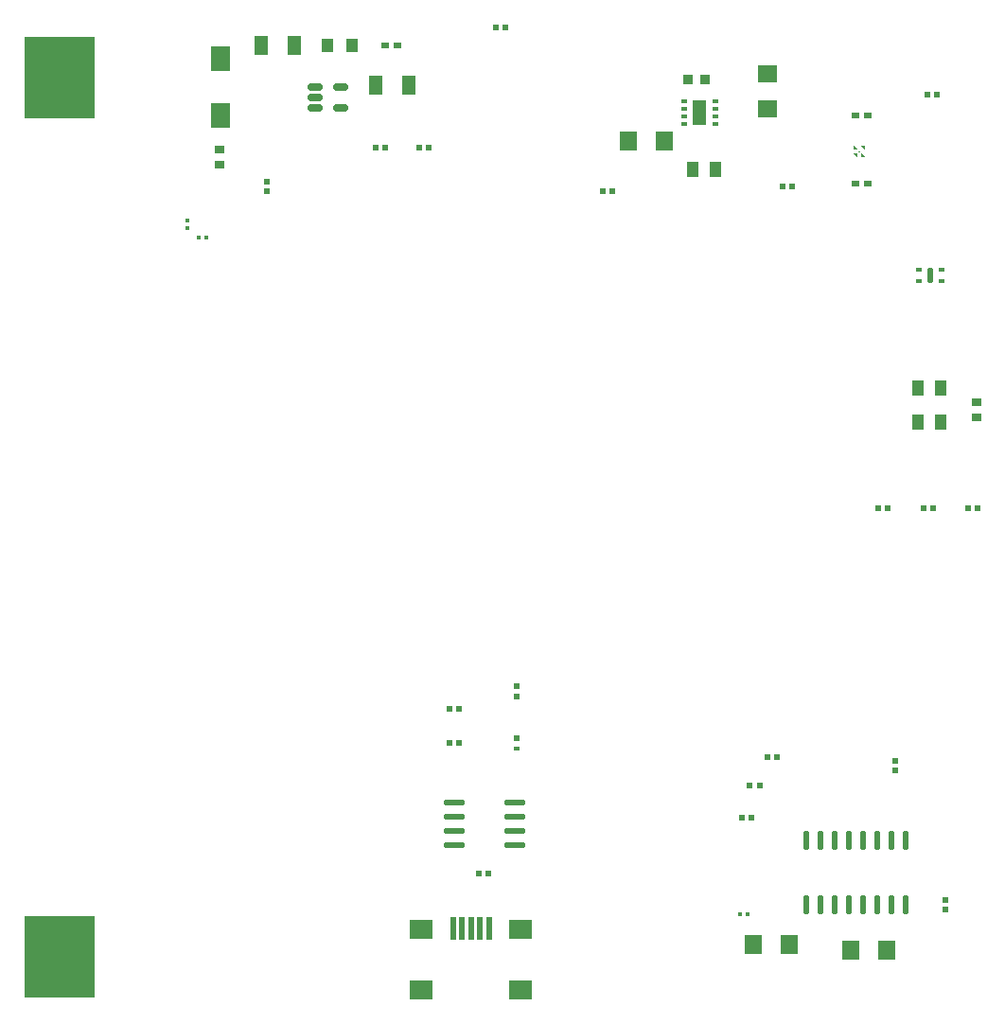
<source format=gbr>
%TF.GenerationSoftware,KiCad,Pcbnew,7.0.1-0*%
%TF.CreationDate,2023-04-13T21:56:55+02:00*%
%TF.ProjectId,Main,4d61696e-2e6b-4696-9361-645f70636258,V01*%
%TF.SameCoordinates,Original*%
%TF.FileFunction,Paste,Top*%
%TF.FilePolarity,Positive*%
%FSLAX46Y46*%
G04 Gerber Fmt 4.6, Leading zero omitted, Abs format (unit mm)*
G04 Created by KiCad (PCBNEW 7.0.1-0) date 2023-04-13 21:56:55*
%MOMM*%
%LPD*%
G01*
G04 APERTURE LIST*
G04 Aperture macros list*
%AMRoundRect*
0 Rectangle with rounded corners*
0 $1 Rounding radius*
0 $2 $3 $4 $5 $6 $7 $8 $9 X,Y pos of 4 corners*
0 Add a 4 corners polygon primitive as box body*
4,1,4,$2,$3,$4,$5,$6,$7,$8,$9,$2,$3,0*
0 Add four circle primitives for the rounded corners*
1,1,$1+$1,$2,$3*
1,1,$1+$1,$4,$5*
1,1,$1+$1,$6,$7*
1,1,$1+$1,$8,$9*
0 Add four rect primitives between the rounded corners*
20,1,$1+$1,$2,$3,$4,$5,0*
20,1,$1+$1,$4,$5,$6,$7,0*
20,1,$1+$1,$6,$7,$8,$9,0*
20,1,$1+$1,$8,$9,$2,$3,0*%
%AMRotRect*
0 Rectangle, with rotation*
0 The origin of the aperture is its center*
0 $1 length*
0 $2 width*
0 $3 Rotation angle, in degrees counterclockwise*
0 Add horizontal line*
21,1,$1,$2,0,0,$3*%
%AMFreePoly0*
4,1,5,0.149936,-0.099873,0.149936,-0.200000,-0.150089,-0.200000,-0.150089,0.200127,0.149936,-0.099873,0.149936,-0.099873,$1*%
%AMFreePoly1*
4,1,6,0.149835,-0.200000,-0.150191,-0.200000,-0.150191,-0.099873,0.099822,0.150140,0.149835,0.150140,0.149835,-0.200000,0.149835,-0.200000,$1*%
%AMFreePoly2*
4,1,6,0.149835,-0.149886,0.099822,-0.149886,-0.150191,0.100127,-0.150191,0.200000,0.149835,0.200000,0.149835,-0.149886,0.149835,-0.149886,$1*%
%AMFreePoly3*
4,1,6,0.149936,0.100127,-0.100076,-0.149886,-0.150089,-0.149886,-0.150089,0.200000,0.149936,0.200000,0.149936,0.100127,0.149936,0.100127,$1*%
G04 Aperture macros list end*
%ADD10R,1.727991X1.485014*%
%ADD11RoundRect,0.150000X-0.512500X-0.150000X0.512500X-0.150000X0.512500X0.150000X-0.512500X0.150000X0*%
%ADD12R,0.500000X0.540005*%
%ADD13R,0.565659X0.540005*%
%ADD14R,0.806477X0.864008*%
%ADD15R,0.900000X0.800000*%
%ADD16R,0.540005X0.565659*%
%ADD17R,0.540005X0.450000*%
%ADD18R,0.540005X0.500000*%
%ADD19R,0.790094X0.540005*%
%ADD20R,0.700940X0.540005*%
%ADD21R,0.600000X0.350013*%
%ADD22R,1.300000X2.200050*%
%ADD23R,0.500000X0.500000*%
%ADD24RoundRect,0.079500X0.079500X0.100500X-0.079500X0.100500X-0.079500X-0.100500X0.079500X-0.100500X0*%
%ADD25R,1.207518X1.701016*%
%ADD26O,0.559995X1.745009*%
%ADD27R,1.485014X1.727991*%
%ADD28R,1.000000X1.250013*%
%ADD29R,6.350000X7.340000*%
%ADD30R,1.132537X1.377013*%
%ADD31RoundRect,0.087500X0.187500X0.087500X-0.187500X0.087500X-0.187500X-0.087500X0.187500X-0.087500X0*%
%ADD32RoundRect,0.125000X0.125000X0.575000X-0.125000X0.575000X-0.125000X-0.575000X0.125000X-0.575000X0*%
%ADD33RoundRect,0.087500X-0.187500X-0.087500X0.187500X-0.087500X0.187500X0.087500X-0.187500X0.087500X0*%
%ADD34RoundRect,0.079500X0.100500X-0.079500X0.100500X0.079500X-0.100500X0.079500X-0.100500X-0.079500X0*%
%ADD35R,0.500000X2.000000*%
%ADD36R,2.000000X1.700000*%
%ADD37O,1.950216X0.568402*%
%ADD38FreePoly0,180.000000*%
%ADD39FreePoly1,270.000000*%
%ADD40FreePoly2,0.000000*%
%ADD41FreePoly3,90.000000*%
%ADD42RotRect,0.100000X0.100000X45.000000*%
%ADD43R,1.700000X2.200000*%
G04 APERTURE END LIST*
D10*
%TO.C,C3*%
X168750000Y-51400000D03*
X168750000Y-54585166D03*
%TD*%
D11*
%TO.C,U4*%
X128281000Y-52616817D03*
X128281000Y-53566817D03*
X128281000Y-54516817D03*
X130556000Y-54516817D03*
X130556000Y-52616817D03*
%TD*%
D12*
%TO.C,R9*%
X168042817Y-115089000D03*
D13*
X167177183Y-115089000D03*
%TD*%
D14*
%TO.C,R4*%
X163150000Y-51950000D03*
X161643268Y-51950000D03*
%TD*%
D15*
%TO.C,C1*%
X119750000Y-58180810D03*
X119750000Y-59580860D03*
%TD*%
D16*
%TO.C,R19*%
X146304000Y-110894366D03*
D17*
X146304000Y-111760000D03*
%TD*%
D16*
%TO.C,R23*%
X184696000Y-126198634D03*
D18*
X184696000Y-125333000D03*
%TD*%
D19*
%TO.C,C2*%
X135636000Y-48928817D03*
X134545830Y-48928817D03*
%TD*%
D13*
%TO.C,R13*%
X178625183Y-90336000D03*
D12*
X179490817Y-90336000D03*
%TD*%
D19*
%TO.C,C10*%
X177722000Y-55170000D03*
D20*
X176631830Y-55170000D03*
%TD*%
D21*
%TO.C,U6*%
X164084000Y-55880000D03*
X164084254Y-55220107D03*
X164084254Y-54560213D03*
X164084254Y-53900066D03*
X161284152Y-53900066D03*
X161284152Y-54560213D03*
X161284152Y-55220107D03*
X161284152Y-55880000D03*
D22*
X162684203Y-54890160D03*
%TD*%
D13*
%TO.C,R14*%
X182689183Y-90336000D03*
D12*
X183554817Y-90336000D03*
%TD*%
D23*
%TO.C,R28*%
X183925634Y-53296000D03*
D13*
X183060000Y-53296000D03*
%TD*%
D20*
%TO.C,C11*%
X176631830Y-61266000D03*
D19*
X177722000Y-61266000D03*
%TD*%
D12*
%TO.C,R24*%
X168752366Y-112599000D03*
X169618000Y-112599000D03*
%TD*%
D13*
%TO.C,R10*%
X137567183Y-58000000D03*
D23*
X138432817Y-58000000D03*
%TD*%
D24*
%TO.C,C8*%
X166991000Y-126633000D03*
X166301000Y-126633000D03*
%TD*%
D18*
%TO.C,R20*%
X146304000Y-106247183D03*
D16*
X146304000Y-107112817D03*
%TD*%
D15*
%TO.C,C7*%
X187452000Y-82172050D03*
X187452000Y-80772000D03*
%TD*%
D25*
%TO.C,Rprog1*%
X133694418Y-52484817D03*
X136652000Y-52484817D03*
%TD*%
D26*
%TO.C,U1*%
X172190991Y-125758492D03*
X173460994Y-125758492D03*
X174730996Y-125758492D03*
X176000999Y-125758492D03*
X177271001Y-125758492D03*
X178541004Y-125758492D03*
X179811006Y-125758492D03*
X181081009Y-125758492D03*
X181081009Y-120013508D03*
X179811006Y-120013508D03*
X178541004Y-120013508D03*
X177271001Y-120013508D03*
X176000999Y-120013508D03*
X174730996Y-120013508D03*
X173460994Y-120013508D03*
X172190991Y-120013508D03*
%TD*%
D12*
%TO.C,R22*%
X167346000Y-117983000D03*
D13*
X166480366Y-117983000D03*
%TD*%
D27*
%TO.C,C6*%
X179407166Y-129871000D03*
X176222000Y-129871000D03*
%TD*%
%TO.C,C4*%
X156326834Y-57404000D03*
X159512000Y-57404000D03*
%TD*%
D23*
%TO.C,R7*%
X154900000Y-61936000D03*
D13*
X154034366Y-61936000D03*
%TD*%
D28*
%TO.C,StatusLED*%
X129371848Y-48928817D03*
X131572000Y-48928817D03*
%TD*%
D29*
%TO.C,BT1*%
X105410000Y-51780000D03*
X105410000Y-130440000D03*
%TD*%
D30*
%TO.C,R12*%
X184240000Y-79536000D03*
X182240000Y-79536000D03*
%TD*%
%TO.C,R11*%
X184240000Y-82584000D03*
X182240000Y-82584000D03*
%TD*%
D16*
%TO.C,R27*%
X123950000Y-61965634D03*
D18*
X123950000Y-61100000D03*
%TD*%
D13*
%TO.C,R18*%
X140283183Y-108204000D03*
D12*
X141148817Y-108204000D03*
%TD*%
D31*
%TO.C,U3*%
X184376000Y-70000000D03*
X184376000Y-69000000D03*
D32*
X183351000Y-69500000D03*
D33*
X182326000Y-70000000D03*
X182326000Y-69000000D03*
%TD*%
D34*
%TO.C,R2*%
X116840000Y-65206000D03*
X116840000Y-64516000D03*
%TD*%
D13*
%TO.C,R8*%
X170134366Y-61550000D03*
D23*
X171000000Y-61550000D03*
%TD*%
D13*
%TO.C,R15*%
X186728183Y-90336000D03*
D12*
X187593817Y-90336000D03*
%TD*%
D18*
%TO.C,R25*%
X180196000Y-112883000D03*
D16*
X180196000Y-113748634D03*
%TD*%
D13*
%TO.C,R6*%
X144422366Y-47244000D03*
D12*
X145288000Y-47244000D03*
%TD*%
%TO.C,R21*%
X142898366Y-122936000D03*
D13*
X143764000Y-122936000D03*
%TD*%
D24*
%TO.C,R3*%
X118521000Y-66040000D03*
X117831000Y-66040000D03*
%TD*%
D13*
%TO.C,R17*%
X140283183Y-111252000D03*
D12*
X141148817Y-111252000D03*
%TD*%
D27*
%TO.C,C5*%
X170702583Y-129363000D03*
X167517417Y-129363000D03*
%TD*%
D35*
%TO.C,J1*%
X140640000Y-127856000D03*
X141440000Y-127856000D03*
X142240000Y-127856000D03*
X143040000Y-127856000D03*
X143840000Y-127856000D03*
D36*
X137790000Y-127956000D03*
X137790000Y-133406000D03*
X146690000Y-127956000D03*
X146690000Y-133406000D03*
%TD*%
D25*
%TO.C,R1*%
X126446791Y-48928817D03*
X123489209Y-48928817D03*
%TD*%
D37*
%TO.C,U7*%
X140716000Y-116585997D03*
X140716000Y-117856000D03*
X140716000Y-119126002D03*
X140716000Y-120396005D03*
X146126210Y-120396005D03*
X146126210Y-119126002D03*
X146126210Y-117856000D03*
X146126210Y-116585997D03*
%TD*%
D30*
%TO.C,R5*%
X164068000Y-59944000D03*
X162068000Y-59944000D03*
%TD*%
D38*
%TO.C,U5*%
X176650000Y-58724994D03*
D39*
X177276112Y-58724994D03*
D40*
X177276112Y-58075006D03*
D41*
X176650000Y-58075006D03*
D42*
X176962929Y-58399873D03*
%TD*%
D23*
%TO.C,R16*%
X133717183Y-58000000D03*
D13*
X134582817Y-58000000D03*
%TD*%
D43*
%TO.C,D1*%
X119850000Y-55180810D03*
X119850000Y-50050000D03*
%TD*%
M02*

</source>
